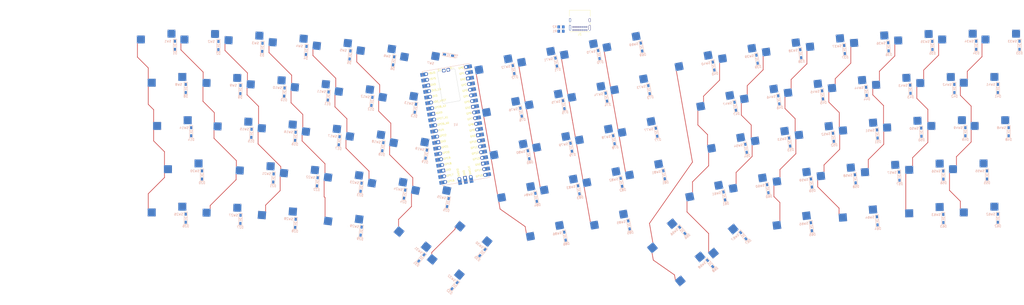
<source format=kicad_pcb>
(kicad_pcb (version 20211014) (generator pcbnew)
  (layers (0 "F.Cu" signal) (31 "B.Cu" signal) (34 "B.Paste" user) (35 "F.Paste" user) (36 "B.SilkS" user "B.Silkscreen") (37 "F.SilkS" user "F.Silkscreen") (38 "B.Mask" user) (39 "F.Mask" user) (44 "Edge.Cuts" user))
  (net 0 "")
  (net 1 "row0")
  (net 2 "Net-(D1-Pad2)")
  (net 3 "row1")
  (net 4 "Net-(D2-Pad2)")
  (net 5 "row2")
  (net 6 "Net-(D3-Pad2)")
  (net 7 "row3")
  (net 8 "Net-(D4-Pad2)")
  (net 9 "row4")
  (net 10 "Net-(D5-Pad2)")
  (net 11 "Net-(D6-Pad2)")
  (net 12 "Net-(D7-Pad2)")
  (net 13 "Net-(D8-Pad2)")
  (net 14 "Net-(D9-Pad2)")
  (net 15 "Net-(D10-Pad2)")
  (net 16 "Net-(D11-Pad2)")
  (net 17 "Net-(D12-Pad2)")
  (net 18 "Net-(D13-Pad2)")
  (net 19 "Net-(D14-Pad2)")
  (net 20 "Net-(D15-Pad2)")
  (net 21 "Net-(D16-Pad2)")
  (net 22 "Net-(D17-Pad2)")
  (net 23 "Net-(D18-Pad2)")
  (net 24 "Net-(D19-Pad2)")
  (net 25 "Net-(D20-Pad2)")
  (net 26 "Net-(D21-Pad2)")
  (net 27 "Net-(D22-Pad2)")
  (net 28 "Net-(D23-Pad2)")
  (net 29 "Net-(D24-Pad2)")
  (net 30 "Net-(D25-Pad2)")
  (net 31 "Net-(D26-Pad2)")
  (net 32 "Net-(D27-Pad2)")
  (net 33 "Net-(D28-Pad2)")
  (net 34 "Net-(D29-Pad2)")
  (net 35 "Net-(D30-Pad2)")
  (net 36 "Net-(D31-Pad2)")
  (net 37 "Net-(D32-Pad2)")
  (net 38 "Net-(D33-Pad2)")
  (net 39 "Net-(D34-Pad2)")
  (net 40 "Net-(D35-Pad2)")
  (net 41 "Net-(D36-Pad2)")
  (net 42 "Net-(D37-Pad2)")
  (net 43 "Net-(D38-Pad2)")
  (net 44 "Net-(D39-Pad2)")
  (net 45 "Net-(D40-Pad2)")
  (net 46 "Net-(D41-Pad2)")
  (net 47 "Net-(D42-Pad2)")
  (net 48 "Net-(D43-Pad2)")
  (net 49 "Net-(D44-Pad2)")
  (net 50 "Net-(D45-Pad2)")
  (net 51 "Net-(D46-Pad2)")
  (net 52 "Net-(D47-Pad2)")
  (net 53 "Net-(D48-Pad2)")
  (net 54 "Net-(D49-Pad2)")
  (net 55 "Net-(D50-Pad2)")
  (net 56 "Net-(D51-Pad2)")
  (net 57 "Net-(D52-Pad2)")
  (net 58 "Net-(D53-Pad2)")
  (net 59 "Net-(D54-Pad2)")
  (net 60 "Net-(D55-Pad2)")
  (net 61 "Net-(D56-Pad2)")
  (net 62 "Net-(D57-Pad2)")
  (net 63 "Net-(D58-Pad2)")
  (net 64 "Net-(D59-Pad2)")
  (net 65 "Net-(D60-Pad2)")
  (net 66 "Net-(D61-Pad2)")
  (net 67 "Net-(D62-Pad2)")
  (net 68 "Net-(D63-Pad2)")
  (net 69 "Net-(D64-Pad2)")
  (net 70 "Net-(D65-Pad2)")
  (net 71 "Net-(D66-Pad2)")
  (net 72 "Net-(D67-Pad2)")
  (net 73 "Net-(D68-Pad2)")
  (net 74 "Net-(D69-Pad2)")
  (net 75 "Net-(D70-Pad2)")
  (net 76 "Net-(D71-Pad2)")
  (net 77 "Net-(D72-Pad2)")
  (net 78 "Net-(D73-Pad2)")
  (net 79 "Net-(D74-Pad2)")
  (net 80 "Net-(D75-Pad2)")
  (net 81 "Net-(D76-Pad2)")
  (net 82 "Net-(D77-Pad2)")
  (net 83 "Net-(D78-Pad2)")
  (net 84 "Net-(D79-Pad2)")
  (net 85 "Net-(D80-Pad2)")
  (net 86 "Net-(D81-Pad2)")
  (net 87 "Net-(D82-Pad2)")
  (net 88 "Net-(D83-Pad2)")
  (net 89 "Net-(D84-Pad2)")
  (net 90 "Net-(D85-Pad2)")
  (net 91 "Net-(D86-Pad2)")
  (net 92 "GND")
  (net 93 "VBUS")
  (net 94 "Net-(J1-PadA5)")
  (net 95 "D+")
  (net 96 "D-")
  (net 99 "Net-(J1-PadB5)")
  (net 100 "col0")
  (net 101 "col1")
  (net 102 "col2")
  (net 103 "col3")
  (net 104 "col4")
  (net 105 "col5")
  (net 106 "col6")
  (net 107 "col7")
  (net 108 "col8")
  (net 109 "col9")
  (net 110 "col10")
  (net 111 "col11")
  (net 112 "col12")
  (net 113 "col13")
  (net 114 "col14")
  (net 115 "col15")
  (net 116 "col16")
  (net 117 "col17")
  (net 118 "col18")
  (footprint "concentric85:D3_SMD" (layer "F.Cu") (at 60.442719 83.786131 -1.40211)
    (fp_text reference "D9")
    (fp_text value "D_Small" hide)
  )
  (footprint "concentric85:D3_SMD" (layer "F.Cu") (at 154.643428 170.213527 -40)
    (fp_text reference "D32")
    (fp_text value "D_Small" hide)
  )
  (footprint "concentric85:MX_1.00u_Hotswap" (layer "F.Cu") (at 101.076 67.7829 -5.88382)
    (fp_text reference "SW5")
    (fp_text value "SW_Push")
  )
  (footprint "concentric85:D3_SMD" (layer "F.Cu") (at 374.462746 83.340884 0.46737)
    (fp_text reference "D42")
    (fp_text value "D_Small" hide)
  )
  (footprint "concentric85:MX_2.00u_Hotswap" (layer "F.Cu") (at 195.68868 149.707786 10)
    (fp_text reference "SW86")
    (fp_text value "SW_Push")
  )
  (footprint "concentric85:MX_1.00u_Hotswap" (layer "F.Cu") (at 220.5216 125.985199 10)
    (fp_text reference "SW82")
    (fp_text value "SW_Push")
  )
  (footprint "concentric85:D3_SMD" (layer "F.Cu") (at 254.778328 145.830754 40)
    (fp_text reference "D66")
    (fp_text value "D_Small" hide)
  )
  (footprint "concentric85:D3_SMD" (layer "F.Cu") (at 281.616527 148.178792 40)
    (fp_text reference "D67")
    (fp_text value "D_Small" hide)
  )
  (footprint "concentric85:D3_SMD" (layer "F.Cu") (at 240.165511 83.833669 10)
    (fp_text reference "D73")
    (fp_text value "D_Small" hide)
  )
  (footprint "concentric85:D3_SMD" (layer "F.Cu") (at 123.081199 108.978475 -7.73015)
    (fp_text reference "D18")
    (fp_text value "D_Small" hide)
  )
  (footprint "concentric85:MX_1.00u_Hotswap" (layer "F.Cu") (at 223.8296 144.74579 10)
    (fp_text reference "SW85")
    (fp_text value "SW_Push")
  )
  (footprint "concentric85:D3_SMD" (layer "F.Cu") (at 190.499712 131.278869 10)
    (fp_text reference "D84")
    (fp_text value "D_Small" hide)
  )
  (footprint "concentric85:MX_1.00u_Hotswap" (layer "F.Cu") (at 347.497 83.9544 2.33685)
    (fp_text reference "SW43")
    (fp_text value "SW_Push")
  )
  (footprint "concentric85:D3_SMD" (layer "F.Cu") (at 302.010399 106.929924 7.73015)
    (fp_text reference "D53")
    (fp_text value "D_Small" hide)
  )
  (footprint "concentric85:MX_1.00u_Hotswap" (layer "F.Cu") (at 81.807 66.0287 -4.07341)
    (fp_text reference "SW4")
    (fp_text value "SW_Push")
  )
  (footprint "concentric85:D3_SMD" (layer "F.Cu") (at 65.287668 103.078899 -1.93254)
    (fp_text reference "D15")
    (fp_text value "D_Small" hide)
  )
  (footprint "concentric85:D3_SMD" (layer "F.Cu") (at 268.566661 73.446465 10.4098)
    (fp_text reference "D40")
    (fp_text value "D_Small" hide)
  )
  (footprint "concentric85:D3_SMD" (layer "F.Cu") (at 74.972563 122.750638 -3)
    (fp_text reference "D21")
    (fp_text value "D_Small" hide)
  )
  (footprint "concentric85:MX_1.00u_Hotswap" (layer "F.Cu") (at 248.944899 150.725582 40)
    (fp_text reference "SW66")
    (fp_text value "SW_Push")
  )
  (footprint "concentric85:D3_SMD" (layer "F.Cu") (at 218.096881 68.381069 10)
    (fp_text reference "D70")
    (fp_text value "D_Small" hide)
  )
  (footprint "concentric85:MX_1.00u_Hotswap" (layer "F.Cu") (at 371.688 102.375)
    (fp_text reference "SW49")
    (fp_text value "SW_Push")
  )
  (footprint "concentric85:D3_SMD" (layer "F.Cu") (at 142.176465 112.240258 -9.66269)
    (fp_text reference "D19")
    (fp_text value "D_Small" hide)
  )
  (footprint "concentric85:D3_SMD" (layer "F.Cu") (at 292.381946 127.483551 9)
    (fp_text reference "D60")
    (fp_text value "D_Small" hide)
  )
  (footprint "concentric85:MX_1.00u_Hotswap" (layer "F.Cu") (at 284.8607 128.6748 9)
    (fp_text reference "SW60")
    (fp_text value "SW_Push")
  )
  (footprint "concentric85:MX_1.00u_Hotswap" (layer "F.Cu") (at 198.45298 110.5326 10)
    (fp_text reference "SW79")
    (fp_text value "SW_Push")
  )
  (footprint "concentric85:MX_1.00u_Hotswap" (layer "F.Cu") (at 183.0004 132.6012 10)
    (fp_text reference "SW84")
    (fp_text value "SW_Push")
  )
  (footprint "concentric85:D3_SMD" (layer "F.Cu") (at 359.933668 102.5653 1.93254)
    (fp_text reference "D50")
    (fp_text value "D_Small" hide)
  )
  (footprint "concentric85:MX_1.00u_Hotswap" (layer "F.Cu") (at 332.983 103.8818 3.86508)
    (fp_text reference "SW51")
    (fp_text value "SW_Push")
  )
  (footprint "concentric85:MX_1.00u_Hotswap" (layer "F.Cu") (at 337.846 65.3802 3.16821)
    (fp_text reference "SW36")
    (fp_text value "SW_Push")
  )
  (footprint "concentric85:D3_SMD" (layer "F.Cu") (at 199.336311 71.689069 10)
    (fp_text reference "D71")
    (fp_text value "D_Small" hide)
  )
  (footprint "concentric85:D3_SMD" (layer "F.Cu") (at 108.650882 68.563526 -5.88382)
    (fp_text reference "D5")
    (fp_text value "D_Small" hide)
  )
  (footprint "concentric85:D3_SMD" (layer "F.Cu") (at 203.187991 148.385455 10)
    (fp_text reference "D86")
    (fp_text value "D_Small" hide)
  )
  (footprint "concentric85:D3_SMD" (layer "F.Cu") (at 183.883711 93.757669 10)
    (fp_text reference "D76")
    (fp_text value "D_Small" hide)
  )
  (footprint "concentric85:D3_SMD" (layer "F.Cu") (at 205.952291 109.210269 10)
    (fp_text reference "D79")
    (fp_text value "D_Small" hide)
  )
  (footprint "concentric85:D3_SMD" (layer "F.Cu") (at 384.065 64.275)
    (fp_text reference "D34")
    (fp_text value "D_Small" hide)
  )
  (footprint "concentric85:D3_SMD" (layer "F.Cu") (at 70.101061 65.184891 -2.26301)
    (fp_text reference "D3")
    (fp_text value "D_Small" hide)
  )
  (footprint "concentric85:D3_SMD" (layer "F.Cu") (at 151.685391 133.575009 -11)
    (fp_text reference "D25")
    (fp_text value "D_Small" hide)
  )
  (footprint "concentric85:MX_1.00u_Hotswap" (layer "F.Cu") (at 129.8736 90.8432 -8.88003)
    (fp_text reference "SW13")
    (fp_text value "SW_Push")
  )
  (footprint "concentric85:D3_SMD" (layer "F.Cu") (at 236.857511 65.073069 10)
    (fp_text reference "D69")
    (fp_text value "D_Small" hide)
  )
  (footprint "concentric85:MX_1.00u_Hotswap" (layer "F.Cu") (at 105.9595 125.895299 -7)
    (fp_text reference "SW23")
    (fp_text value "SW_Push")
  )
  (footprint "concentric85:MX_1.00u_Hotswap" (layer "F.Cu") (at 201.76098 129.293201 10)
    (fp_text reference "SW83")
    (fp_text value "SW_Push")
  )
  (footprint "concentric85:MX_1.00u_Hotswap" (layer "F.Cu") (at 191.837 73.011399 10)
    (fp_text reference "SW71")
    (fp_text value "SW_Push")
  )
  (footprint "concentric85:D3_SMD" (layer "F.Cu") (at 243.473511 102.594269 10)
    (fp_text reference "D77")
    (fp_text value "D_Small" hide)
  )
  (footprint "concentric85:D3_SMD" (layer "F.Cu") (at 316.472224 86.142795 6.07581)
    (fp_text reference "D45")
    (fp_text value "D_Small" hide)
  )
  (footprint "concentric85:MX_1.00u_Hotswap" (layer "F.Cu") (at 289.6961 89.3887 7.94529)
    (fp_text reference "SW46")
    (fp_text value "SW_Push")
  )
  (footprint "concentric85:MX_1.00u_Hotswap" (layer "F.Cu") (at 232.6662 85.156 10)
    (fp_text reference "SW73")
    (fp_text value "SW_Push")
  )
  (footprint "concentric85:D3_SMD" (layer "F.Cu") (at 113.517738 126.823335 -7)
    (fp_text reference "D23")
    (fp_text value "D_Small" hide)
  )
  (footprint "concentric85:MX_1.00u_Hotswap" (layer "F.Cu") (at 125.1393 128.6748 -9)
    (fp_text reference "SW24")
    (fp_text value "SW_Push")
  )
  (footprint "concentric85:D3_SMD" (layer "F.Cu") (at 36.402 83.325)
    (fp_text reference "D8")
    (fp_text value "D_Small" hide)
  )
  (footprint "concentric85:D3_SMD" (layer "F.Cu") (at 282.837465 109.683941 9.66269)
    (fp_text reference "D54")
    (fp_text value "D_Small" hide)
  )
  (footprint "concentric85:D3_SMD" (layer "F.Cu") (at 246.781511 121.354869 10)
    (fp_text reference "D81")
    (fp_text value "D_Small" hide)
  )
  (footprint "concentric85:MX_1.00u_Hotswap" (layer "F.Cu") (at 110.7116 88.0904 -7.01055)
    (fp_text reference "SW12")
    (fp_text value "SW_Push")
  )
  (footprint "Connector_USB:USB_C_Receptacle_GCT_USB4085" (layer "F.Cu") (at 212.725 57.575 180)
    (fp_text reference "J1")
    (fp_text value "USB_C_Receptacle_USB2.0")
  )
  (footprint "concentric85:D3_SMD" (layer "F.Cu") (at 287.677191 70.414463 8.59943)
    (fp_text reference "D39")
    (fp_text value "D_Small" hide)
  )
  (footprint "concentric85:MX_1.00u_Hotswap" (layer "F.Cu") (at 361.998 121.5927 1)
    (fp_text reference "SW56")
    (fp_text value "SW_Push")
  )
  (footprint "concentric85:MX_1.00u_Hotswap" (layer "F.Cu") (at 57.676999 102.8221 -1.93254)
    (fp_text reference "SW15")
    (fp_text value "SW_Push")
  )
  (footprint "concentric85:MX_1.50u_Hotswap" (layer "F.Cu") (at 28.787 140.474999)
    (fp_text reference "SW26")
    (fp_text value "SW_Push")
  )
  (footprint "concentric85:MX_1.00u_Hotswap" (layer "F.Cu") (at 62.491999 64.8842 -2.26301)
    (fp_text reference "SW3")
    (fp_text value "SW_Push")
  )
  (footprint "concentric85:D3_SMD" (layer "F.Cu") (at 89.402763 66.569628 -4.07341)
    (fp_text reference "D4")
    (fp_text value "D_Small" hide)
  )
  (footprint "concentric85:D3_SMD" (layer "F.Cu") (at 166.888528 155.620409 -40)
    (fp_text reference "D30")
    (fp_text value "D_Small" hide)
  )
  (footprint "concentric85:MX_1.00u_Hotswap" (layer "F.Cu") (at 299.3124 68.888 6.78902)
    (fp_text reference "SW38")
    (fp_text value "SW_Push")
  )
  (footprint "concentric85:MX_1.00u_Hotswap" (layer "F.Cu") (at 395.5 64.275)
    (fp_text reference "SW33")
    (fp_text value "SW_Push")
  )
  (footprint "concentric85:MX_1.00u_Hotswap" (layer "F.Cu") (at 235.9742 103.9166 10)
    (fp_text reference "SW77")
    (fp_text value "SW_Push")
  )
  (footprint "concentric85:MX_1.00u_Hotswap" (layer "F.Cu") (at 91.47 85.9641 -5.14107)
    (fp_text reference "SW11")
    (fp_text value "SW_Push")
  )
  (footprint "concentric85:D3_SMD" (layer "F.Cu") (at 38.784 102.375)
    (fp_text reference "D14")
    (fp_text value "D_Small" hide)
  )
  (footprint "concentric85:MX_1.00u_Hotswap" (layer "F.Cu") (at 381.212999 121.425)
    (fp_text reference "SW55")
    (fp_text value "SW_Push")
  )
  (footprint "concentric85:D3_SMD" (layer "F.Cu") (at 228.020912 124.662869 10)
    (fp_text reference "D82")
    (fp_text value "D_Small" hide)
  )
  (footprint "concentric85:MX_1.00u_Hotswap" (layer "F.Cu") (at 275.7831 153.07362 40)
    (fp_text reference "SW67")
    (fp_text value "SW_Push")
  )
  (footprint "concentric85:MX_1.00u_Hotswap" (layer "F.Cu") (at 210.59757 69.7034 10)
    (fp_text reference "SW70")
    (fp_text value "SW_Push")
  )
  (footprint "concentric85:MX_1.00u_Hotswap" (layer "F.Cu") (at 308.9 86.9488 6.07581)
    (fp_text reference "SW45")
    (fp_text value "SW_Push")
  )
  (footprint "concentric85:MX_1.00u_Hotswap" (layer "F.Cu") (at 67.368 122.3521 -3)
    (fp_text reference "SW21")
    (fp_text value "SW_Push")
  )
  (footprint "concentric85:MX_1.00u_Hotswap" (layer "F.Cu") (at 173.0764 76.319401 10)
    (fp_text reference "SW72")
    (fp_text value "SW_Push")
  )
  (footprint "concentric85:D3_SMD" (layer "F.Cu") (at 330.892022 123.123209 5)
    (fp_text reference "D58")
    (fp_text value "D_Small" hide)
  )
  (footprint "concentric85:MX_2.25u_Hotswap" (layer "F.Cu") (at 35.931 121.425)
    (fp_text reference "SW20")
    (fp_text value "SW_Push")
  )
  (footprint "concentric85:D3_SMD" (layer "F.Cu") (at 140.050328 157.968447 -40)
    (fp_text reference "D31")
    (fp_text value "D_Small" hide)
  )
  (footprint "concentric85:MX_1.00u_Hotswap" (layer "F.Cu") (at 357.177 64.541 1.3578)
    (fp_text reference "SW35")
    (fp_text value "SW_Push")
  )
  (footprint "concentric85:MX_1.50u_Hotswap" (layer "F.Cu") (at 304.0227 145.19474 7.2532)
    (fp_text reference "SW65")
    (fp_text value "SW_Push")
  )
  (footprint "concentric85:MX_1.00u_Hotswap" (layer "F.Cu") (at 385.975 83.325)
    (fp_text reference "SW41")
    (fp_text value "SW_Push")
  )
  (footprint "concentric85:MX_1.75u_Hotswap" (layer "F.Cu") (at 31.169 102.375)
    (fp_text reference "SW14")
    (fp_text value "SW_Push")
  )
  (footprint "concentric85:MX_1.50u_Hotswap" (layer "F.Cu") (at 105.9773 145.19474 -7.2532)
    (fp_text reference "SW29")
    (fp_text value "SW_Push")
  )
  (footprint "concentric85:D3_SMD" (layer "F.Cu") (at 345.449361 64.959337 3.16821)
    (fp_text reference "D36")
    (fp_text value "D_Small" hide)
  )
  (footprint "concentric85:MX_1.00u_Hotswap" (layer "F.Cu") (at 366.848 83.403 0.46737)
    (fp_text reference "SW42")
    (fp_text value "SW_Push")
  )
  (footprint "concentric85:MX_1.00u_Hotswap" (layer "F.Cu") (at 294.4646 107.954201 7.73015)
    (fp_text reference "SW53")
    (fp_text value "SW_Push")
  )
  (footprint "concentric85:MX_1.00u_Hotswap" (layer "F.Cu") (at 217.213599 107.2246 10)
    (fp_text reference "SW78")
    (fp_text value "SW_Push")
  )
  (footprint "concentric85:MX_1.00u_Hotswap" (layer "F.Cu") (at 213.90557 88.464 10)
    (fp_text reference "SW74")
    (fp_text value "SW_Push")
  )
  (footprint "concentric85:MX_1.00u_Hotswap" (layer "F.Cu") (at 261.19 165.3187 40)
    (fp_text reference "SW68")
    (fp_text value "SW_Push")
  )
  (footprint "concentric85:D3_SMD" (layer "F.Cu") (at 113.531364 146.156167 -7.2532)
    (fp_text reference "D29")
    (fp_text value "D_Small" hide)
  )
  (footprint "concentric85:D3_SMD" (layer "F.Cu") (at 335.768488 84.578152 4.20633)
    (fp_text reference "D44")
    (fp_text value "D_Small" hide)
  )
  (footprint "concentric85:D3_SMD" (layer "F.Cu") (at 321.265048 104.82397 5.79762)
    (fp_text reference "D52")
    (fp_text value "D_Small" hide)
  )
  (footprint "concentric85:D3_SMD" (layer "F.Cu") (at 202.644291 90.449669 10)
    (fp_text reference "D75")
    (fp_text value "D_Small" hide)
  )
  (footprint "concentric85:MX_1.00u_Hotswap" (layer "F.Cu") (at 195.14498 91.772 10)
    (fp_text reference "SW75")
    (fp_text value "SW_Push")
  )
  (footprint "concentric85:MX_1.00u_Hotswap" (layer "F.Cu") (at 342.632 122.3521 3)
    (fp_text reference "SW57")
    (fp_text value "SW_Push")
  )
  (footprint "concentric85:D3_SMD" (layer "F.Cu") (at 118.269667 89.019826 -7.01055)
    (fp_text reference "D12")
    (fp_text value "D_Small" hide)
  )
  (footprint "concentric85:MX_1.00u_Hotswap" (layer "F.Cu") (at 52.854999 140.77992 -1.55426)
    (fp_text reference "SW27")
    (fp_text value "SW_Push")
  )
  (footprint "concentric85:MX_1.00u_Hotswap" (layer "F.Cu") (at 390.738 102.375)
    (fp_text reference "SW48")
    (fp_text value "SW_Push")
  )
  (footprint "concentric85:D3_SMD" (layer "F.Cu") (at 340.58068 103.368494 3.86508)
    (fp_text reference "D51")
    (fp_text value "D_Small" hide)
  )
  (footprint "concentric85:MX_1.00u_Hotswap" (layer "F.Cu") (at 261.077 74.8224 10.4098)
    (fp_text reference "SW40")
    (fp_text value "SW_Push")
  )
  (footprint "concentric85:D3_SMD" (layer "F.Cu") (at 94.280022 124.45059 -5)
    (fp_text reference "D22")
    (fp_text value "D_Small" hide)
  )
  (footprint "concentric85:MX_1.00u_Hotswap" (layer "F.Cu") (at 77.017 103.8818 -3.86508)
    (fp_text reference "SW16")
    (fp_text value "SW_Push")
  )
  (footprint "concentric85:D3_SMD" (layer "F.Cu") (at 388.828 121.425)
    (fp_text reference "D55")
    (fp_text value "D_Small" hide)
  )
  (footprint "concentric85:D3_SMD" (layer "F.Cu") (at 187.19171 112.518269 10)
    (fp_text reference "D80")
    (fp_text value "D_Small" hide)
  )
  (footprint "concentric85:MX_1.00u_Hotswap" (layer "F.Cu") (at 304.0405 125.895299 7)
    (fp_text reference "SW59")
    (fp_text value "SW_Push")
  )
  (footprint "concentric85:D3_SMD" (layer "F.Cu") (at 209.260291 127.970869 10)
    (fp_text reference "D83")
    (fp_text value "D_Small" hide)
  )
  (footprint "concentric85:MX_1.00u_Hotswap" (layer "F.Cu") (at 134.6695 110.962099 -9.66269)
    (fp_text reference "SW19")
    (fp_text value "SW_Push")
  )
  (footprint "concentric85:MX_1.00u_Hotswap" (layer "F.Cu") (at 161.0551 150.725582 -40)
    (fp_text reference "SW30")
    (fp_text value "SW_Push")
  )
  (footprint "concentric85:D3_SMD" (layer "F.Cu") (at 278.085146 91.15562 9.81477)
    (fp_text reference "D47")
    (fp_text value "D_Small" hide)
  )
  (footprint "concentric85:MX_1.00u_Hotswap" (layer "F.Cu") (at 239.2822 122.6772 10)
    (fp_text reference "SW81")
    (fp_text value "SW_Push")
  )
  (footprint "concentric85:MX_1.00u_Hotswap" (layer "F.Cu") (at 352.323 102.8221 1.93254)
    (fp_text reference "SW50")
    (fp_text value "SW_Push")
  )
  (footprint "concentric85:D3_SMD" (layer "F.Cu") (at 273.264792 130.668989 11)
    (fp_text reference "D61")
    (fp_text value "D_Small" hide)
  )
  (footprint "concentric85:MX_1.00u_Hotswap" (layer "F.Cu") (at 323.306 123.7869 5)
    (fp_text reference "SW58")
    (fp_text value "SW_Push")
  )
  (footprint "concentric85:D3_SMD" (layer "F.Cu") (at 99.054365 86.646466 -5.14107)
    (fp_text reference "D11")
    (fp_text value "D_Small" hide)
  )
  (footprint "concentric85:D3_SMD" (layer "F.Cu") (at 306.874004 67.987802 6.78902)
    (fp_text reference "D38")
    (fp_text value "D_Small" hide)
  )
  (footprint "concentric85:D3_SMD" (layer "F.Cu") (at 50.764762 64.410653 -0.452602)
    (fp_text reference "D2")
    (fp_text value "D_Small" hide)
  )
  (footprint "concentric85:D3_SMD" (layer "F.Cu") (at 84.648083 142.728745 -4.14468)
    (fp_text reference "D28")
    (fp_text value "D_Small" hide)
  )
  (footprint "concentric85:D3_SMD" (layer "F.Cu") (at 364.789861 64.360556 1.3578)
    (fp_text reference "D35")
    (fp_text value "D_Small" hide)
  )
  (footprint "concentric85:D3_SMD" (layer "F.Cu") (at 311.576764 144.233312 7.2532)
    (fp_text reference "D65")
    (fp_text value "D_Small" hide)
  )
  (footprint "concentric85:D3_SMD" (layer "F.Cu") (at 79.771589 84.90128 -3.27159)
    (fp_text reference "D10")
    (fp_text value "D_Small" hide)
  )
  (footprint "concentric85:MX_1.00u_Hotswap" (layer "F.Cu") (at 385.975 140.475)
    (fp_text reference "SW62")
    (fp_text value "SW_Push")
  )
  (footprint "concentric85:MX_1.00u_Hotswap" (layer "F.Cu") (at 120.2804 70.1449 -7.69423)
    (fp_text reference "SW6")
    (fp_text value "SW_Push")
  )
  (footprint "concentric85:MX_1.00u_Hotswap" (layer "F.Cu") (at 318.552 66.8297 4.97862)
    (fp_text reference "SW37")
    (fp_text value "SW_Push")
  )
  (footprint "concentric85:MX_1.00u_Hotswap" (layer "F.Cu") (at 229.3582 66.395399 10)
    (fp_text reference "SW69")
    (fp_text value "SW_Push")
  )
  (footprint "concentric85:D3_SMD" (layer "F.Cu") (at 297.237999 88.336097 7.94529)
    (fp_text reference "D46")
    (fp_text value "D_Small" hide)
  )
  (footprint "concentric85:MX_1.00u_Hotswap" (layer "F.Cu") (at 139.4005 73.1124 -9.50463)
    (fp_text reference "SW7")
    (fp_text value "SW_Push")
  )
  (footprint "concentric85:D3_SMD" (layer "F.Cu") (at 60.467198 140.986466 -1.55426)
    (fp_text reference "D27")
    (fp_text value "D_Small" hide)
  )
  (footprint "concentric85:D3_SMD" (layer "F.Cu") (at 36.402 140.475)
    (fp_text reference "D26")
    (fp_text value "D_Small" hide)
  )
  (footprint "concentric85:MX_1.00u_Hotswap" (layer "F.Cu") (at 280.1478 71.5531 8.59943)
    (fp_text reference "SW39")
    (fp_text value "SW_Push")
  )
  (footprint "concentric85:D3_SMD" (layer "F.Cu") (at 221.404881 87.141669 10)
    (fp_text reference "D74")
    (fp_text value "D_Small" hide)
  )
  (footprint "concentric85:D3_SMD" (layer "F.Cu") (at 127.826839 71.164444 -7.69423)
    (fp_text reference "D6")
    (fp_text value "D_Small" hide)
  )
  (footprint "concentric85:D3_SMD" (layer "F.Cu") (at 267.023428 160.423872 40)
    (fp_text reference "D68")
    (fp_text value "D_Small" hide)
  )
  (footprint "concentric85:D3_SMD" (layer "F.Cu") (at 393.59 83.325)
    (fp_text reference "D41")
    (fp_text value "D_Small" hide)
  )
  (footprint "concentric85:MX_1.50u_Hotswap" (layer "F.Cu") (at 77.052999 142.17837 -4.14468)
    (fp_text reference "SW28")
    (fp_text value "SW_Push")
  )
  (footprint "concentric85:MX_1.00u_Hotswap" (layer "F.Cu") (at 115.5354 107.9542 -7.73015)
    (fp_text reference "SW18")
    (fp_text value "SW_Push")
  )
  (footprint "concentric85:MX_1.00u_Hotswap" (layer "F.Cu") (at 134.2169 153.07362 -40)
    (fp_text reference "SW31")
    (fp_text value "SW_Push")
  )
  (footprint "concentric85:MX_1.00u_Hotswap" (layer "F.Cu") (at 376.45 64.275)
    (fp_text reference "SW34")
    (fp_text value "SW_Push")
  )
  (footprint "concentric85:MX_1.00u_Hotswap" (layer "F.Cu") (at 148.81 165.3187 -40)
    (fp_text reference "SW32")
    (fp_text value "SW_Push")
  )
  (footprint "concentric85:MX_1.00u_Hotswap" (layer "F.Cu") (at 43.15 64.3505 -0.452602)
    (fp_text reference "SW2")
    (fp_text value "SW_Push")
  )
  (footprint "concentric85:D3_SMD" (layer "F.Cu") (at 84.61468 104.395105 -3.86508)
    (fp_text reference "D16")
    (fp_text value "D_Small" hide)
  )
  (footprint "concentric85:MX_1.00u_Hotswap" (layer "F.Cu") (at 275.3305 110.962099 9.66269)
    (fp_text reference "SW54")
    (fp_text value "SW_Push")
  )
  (footprint "concentric85:MX_1.00u_Hotswap" (layer "F.Cu") (at 72.169 84.4667 -3.27159)
    (fp_text reference "SW10")
    (fp_text value "SW_Push")
  )
  (footprint "concentric85:MX_1.00u_Hotswap" (layer "F.Cu") (at 176.3844 95.08 10)
    (fp_text reference "SW76")
    (fp_text value "SW_Push")
  )
  (footprint "concentric85:D3_SMD" (layer "F.Cu") (at 369.61184 121.459799 1)
    (fp_text reference "D56")
    (fp_text value "D_Small" hide)
  )
  (footprint "concentric85:MX_1.00u_Hotswap" (layer "F.Cu") (at 86.694 123.7869 -5)
    (fp_text reference "SW22")
    (fp_text value "SW_Push")
  )
  (footprint "concentric85:D3_SMD" (layer "F.Cu") (at 103.887048 106.362429 -5.79762)
    (fp_text reference "D17")
    (fp_text value "D_Small" hide)
  )
  (footprint "concentric85:MX_1.00u_Hotswap" (layer "F.Cu") (at 265.789699 132.122 11)
    (fp_text reference "SW61")
    (fp_text value "SW_Push")
  )
  (footprint "concentric85:D3_SMD" (layer "F.Cu") (at 393.59 140.475)
    (fp_text reference "D62")
    (fp_text value "D_Small" hide)
  )
  (footprint "concentric85:MX_1.00u_Hotswap" (layer "F.Cu") (at 179.6924 113.840601 10)
    (fp_text reference "SW80")
    (fp_text value "SW_Push")
  )
  (footprint "concentric85:D3_SMD" (layer "F.Cu") (at 224.71291 105.902269 10)
    (fp_text reference "D78")
    (fp_text value "D_Small" hide)
  )
  (footprint "concentric85:D3_SMD" (layer "F.Cu") (at 43.546 121.425)
    (fp_text reference "D20")
    (fp_text value "D_Small" hide)
  )
  (footprint "concentric85:D3_SMD" (layer "F.Cu") (at 326.138269 66.168839 4.97862)
    (fp_text reference "D37")
    (fp_text value "D_Small" hide)
  )
  (footprint "concentric85:D3_SMD" (layer "F.Cu") (at 31.64 64.275)
    (fp_text reference "D1")
    (fp_text value "D_Small" hide)
  )
  (footprint "concentric85:MX_1.50u_Hotswap" (layer "F.Cu") (at 361.993 140.73493 1.03617)
    (fp_text reference "SW63")
    (fp_text value "SW_Push")
  )
  (footprint "concentric85:D3_SMD" (layer "F.Cu") (at 355.105667 83.643902 2.33685)
    (fp_text reference "D43")
    (fp_text value "D_Small" hide)
  )
  (footprint "concentric85:MX_1.00u_Hotswap" (layer "F.Cu") (at 313.688999 105.5932 5.79762)
    (fp_text reference "SW52")
    (fp_text value "SW_Push")
  )
  (footprint "concentric85:D3_SMD" (layer "F.Cu") (at 369.606754 140.597223 1.03617)
    (fp_text reference "D63")
    (fp_text value "D_Small" hide)
  )
  (footprint "concentric85:D3_SMD" (layer "F.Cu") (at 379.303 102.375)
    (fp_text reference "D49")
    (fp_text value "D_Small" hide)
  )
  (footprint "concentric85:MX_1.00u_Hotswap" (layer "F.Cu") (at 52.83 83.5998 -1.40211)
    (fp_text reference "SW9")
    (fp_text value "SW_Push")
  )
  (footprint "concentric85:D3_SMD" (layer "F.Cu") (at 180.575711 74.997069 10)
    (fp_text reference "D72")
    (fp_text value "D_Small" hide)
  )
  (footprint "concentric85:MX_1.00u_Hotswap" (layer "F.Cu") (at 96.311 105.5932 -5.79762)
    (fp_text reference "SW17")
    (fp_text value "SW_Push")
  )
  (footprint "concentric85:MX_1.50u_Hotswap" (layer "F.Cu") (at 332.947 142.17837 4.14468)
    (fp_text reference "SW64")
    (fp_text value "SW_Push")
  )
  (footprint "concentric85:D3_SMD" (layer "F.Cu") (at 152 68.6 80.49537)
    (fp_text reference "D7")
    (fp_text value "D_Small" hide)
  )
  (footprint "concentric85:MX_1.00u_Hotswap" (layer "F.Cu") (at 144.2103 132.122 -11)
    (fp_text reference "SW25")
    (fp_text value "SW_Push")
  )
  (footprint "concentric85:MX_1.00u_Hotswap" (layer "F.Cu") (at 328.174 85.1367 4.20633)
    (fp_text reference "SW44")
    (fp_text value "SW_Push")
  )
  (footprint "concentric85:D3_SMD" (layer "F.Cu") (at 137.397324 92.018697 -8.88003)
    (fp_text reference "D13")
    (fp_text value "D_Small" hide)
  )
  (footprint "concentric85:MX_1.50u_Hotswap" (layer "F.Cu") (at 28.787 83.325)
    (fp_text reference "SW8")
    (fp_text value "SW_Push")
  )
  (footprint "concentric85:D3_SMD" (layer "F.Cu") (at 132.660546 129.866048 -9)
    (fp_text reference "D24")
    (fp_text value "D_Small" hide)
  )
  (footprint "concentric85:MX_1.00u_Hotswap" (layer "F.Cu") (at 24.025 64.275)
    (fp_text reference "SW1")
    (fp_text value "SW_Push")
  )
  (footprint "concentric85:D3_SMD" (layer "F.Cu") (at 311.598738 124.967264 7)
    (fp_text reference "D59")
    (fp_text value "D_Small" hide)
  )
  (footprint "concentric85:D3_SMD" (layer "F.Cu") (at 403.115 64.275)
    (fp_text reference "D33")
    (fp_text value "D_Small" hide)
  )
  (footprint "concentric85:D3_SMD" (layer "F.Cu") (at 350.236564 121.953561 3)
    (fp_text reference "D57")
    (fp_text value "D_Small" hide)
  )
  (footprint "concentric85:D3_SMD" (layer "F.Cu") (at 340.542084 141.627994 4.14468)
    (fp_text reference "D64")
    (fp_text value "D_Small" hide)
  )
  (footprint "concentric85:D3_SMD" (layer "F.Cu") (at 231.328911 143.423459 10)
    (fp_text reference "D85")
    (fp_text value "D_Small" hide)
  )
  (footprint "concentric85:D3_SMD" (layer "F.Cu") (at 398.353 102.375)
    (fp_text reference "D48")
    (fp_text value "D_Small" hide)
  )
  (footprint "concentric85:MX_1.00u_Hotswap" (layer "F.Cu") (at 270.581601 92.4537 9.81477)
    (fp_text reference "SW47")
    (fp_text value "SW_Push")
  )
  (footprint "Resistor_SMD:R_0805_2012Metric_Pad1.20x1.40mm_HandSolder" (layer "B.Cu") (at 201.45 56.2 180)
    (fp_text reference "R2")
    (fp_text value "5.1kΩ" hide)
  )
  (footprint "concentric85:RaspberryPi_Pico" (layer "B.Cu") (at 155.1 99.2 -170)
    (fp_text reference "U1")
    (fp_text value "RaspberryPi_Pico")
    (fp_line (start -3.95 23.8) (end -3.95 10.5) (layer "Edge.Cuts") (width 0.12))
    (fp_line (start 3.5 24.3) (end -3.45 24.3) (layer "Edge.Cuts") (width 0.12))
    (fp_line (start 4 10.5) (end 4 23.8) (layer "Edge.Cuts") (width 0.12))
    (fp_line (start -3.45 10) (end 3.5 10) (layer "Edge.Cuts") (width 0.12))
    (fp_arc (start 3.5 10) (mid 3.853553 10.146447) (end 4 10.5) (layer "Edge.Cuts") (width 0.12))
    (fp_arc (start 4 23.8) (mid 3.853553 24.153553) (end 3.5 24.3) (layer "Edge.Cuts") (width 0.12))
    (fp_arc (start -3.45 24.3) (mid -3.803553 24.153553) (end -3.95 23.8) (layer "Edge.Cuts") (width 0.12))
    (fp_arc (start -3.95 10.5) (mid -3.803553 10.146447) (end -3.45 10) (layer "Edge.Cuts") (width 0.12))
  )
  (footprint "Resistor_SMD:R_0805_2012Metric_Pad1.20x1.40mm_HandSolder" (layer "B.Cu") (at 201.45 58.1 180)
    (fp_text reference "R1")
    (fp_text value "5.1kΩ" hide)
  )
  (segment (start 15.15 69.5) (end 15.15 63.25) (width 0.25) (layer "F.Cu") (net 100))
  (segment (start 19.902 90.302) (end 22.284 92.684) (width 0.25) (layer "F.Cu") (net 100))
  (segment (start 27.05 122.55) (end 27.05 120.4) (width 0.25) (layer "F.Cu") (net 100))
  (segment (start 22.284 92.684) (end 22.284 98.335) (width 0.25) (layer "F.Cu") (net 100))
  (segment (start 19.902 136.435) (end 19.902 129.698) (width 0.25) (layer "F.Cu") (net 100))
  (segment (start 22.284 106.434) (end 27.046 111.196) (width 0.25) (layer "F.Cu") (net 100))
  (segment (start 19.902 79.285) (end 19.902 74.252) (width 0.25) (layer "F.Cu") (net 100))
  (segment (start 19.902 74.252) (end 15.15 69.5) (width 0.25) (layer "F.Cu") (net 100))
  (segment (start 19.902 129.698) (end 27.05 122.55) (width 0.25) (layer "F.Cu") (net 100))
  (segment (start 19.902 82.285) (end 19.902 90.302) (width 0.25) (layer "F.Cu") (net 100))
  (segment (start 27.046 111.196) (end 27.046 117.385) (width 0.25) (layer "F.Cu") (net 100))
  (segment (start 22.284 101.335) (end 22.284 106.434) (width 0.25) (layer "F.Cu") (net 100))
  (segment (start 47.15 134.9) (end 47.15 136.5) (width 0.25) (layer "F.Cu") (net 101))
  (segment (start 44.05 76.099999) (end 44.05 79.35) (width 0.25) (layer "F.Cu") (net 101))
  (segment (start 34.273492 63.240347) (end 34.273492 66.323492) (width 0.25) (layer "F.Cu") (net 101))
  (segment (start 58.549606 120.84852) (end 58.549606 123.500394) (width 0.25) (layer "F.Cu") (net 101))
  (segment (start 58.65 115.1) (end 58.650001 117.85) (width 0.25) (layer "F.Cu") (net 101))
  (segment (start 43.973108 88.973108) (end 48.95 93.95) (width 0.25) (layer "F.Cu") (net 101))
  (segment (start 34.273492 66.323492) (end 44.05 76.099999) (width 0.25) (layer "F.Cu") (net 101))
  (segment (start 48.832124 101.483065) (end 48.832124 105.282124) (width 0.25) (layer "F.Cu") (net 101))
  (segment (start 43.973108 82.342704) (end 43.973108 88.973108) (width 0.25) (layer "F.Cu") (net 101))
  (segment (start 58.549606 123.500394) (end 47.15 134.9) (width 0.25) (layer "F.Cu") (net 101))
  (segment (start 48.95 93.95) (end 48.95 98.45) (width 0.25) (layer "F.Cu") (net 101))
  (segment (start 48.832124 105.282124) (end 58.65 115.1) (width 0.25) (layer "F.Cu") (net 101))
  (segment (start 78.194919 118.987895) (end 78.194919 117.74492) (width 0.25) (layer "F.Cu") (net 102))
  (segment (start 68.424534 99.252076) (end 68.424534 91.174534) (width 0.25) (layer "F.Cu") (net 102))
  (segment (start 77.933452 121.976479) (end 77.933452 128.316547) (width 0.25) (layer "F.Cu") (net 102))
  (segment (start 63.529039 76.479039) (end 53.654995 66.604995) (width 0.25) (layer "F.Cu") (net 102))
  (segment (start 77.933452 128.316547) (end 71.525252 134.724748) (width 0.25) (layer "F.Cu") (net 102))
  (segment (start 63.529039 79.926226) (end 63.529039 76.479039) (width 0.25) (layer "F.Cu") (net 102))
  (segment (start 68.222312 102.245252) (end 68.222312 107.772312) (width 0.25) (layer "F.Cu") (net 102))
  (segment (start 53.654995 63.494172) (end 53.654995 66.604995) (width 0.25) (layer "F.Cu") (net 102))
  (segment (start 71.525252 134.724748) (end 71.525252 137.72721) (width 0.25) (layer "F.Cu") (net 102))
  (segment (start 78.194919 117.74492) (end 68.222312 107.772312) (width 0.25) (layer "F.Cu") (net 102))
  (segment (start 68.424534 91.174534) (end 63.357832 86.107832) (width 0.25) (layer "F.Cu") (net 102))
  (segment (start 63.357832 82.921337) (end 63.357832 86.107832) (width 0.25) (layer "F.Cu") (net 102))
  (segment (start 87.879549 100.676347) (end 87.879548 94.779548) (width 0.25) (layer "F.Cu") (net 103))
  (segment (start 87.576503 103.661002) (end 87.576503 106.426503) (width 0.25) (layer "F.Cu") (net 103))
  (segment (start 97.673466 140.065298) (end 97.673466 131.423466) (width 0.25) (layer "F.Cu") (net 103))
  (segment (start 82.713937 84.132115) (end 82.713936 89.613936) (width 0.25) (layer "F.Cu") (net 103))
  (segment (start 97.267472 131.017472) (end 97.673466 131.423466) (width 0.25) (layer "F.Cu") (net 103))
  (segment (start 87.879548 94.779548) (end 82.713936 89.613936) (width 0.25) (layer "F.Cu") (net 103))
  (segment (start 73.018321 64.360185) (end 73.018321 67.518321) (width 0.25) (layer "F.Cu") (net 103))
  (segment (start 97.63308 120.802603) (end 97.63308 116.48308) (width 0.25) (layer "F.Cu") (net 103))
  (segment (start 97.63308 116.48308) (end 87.576503 106.426503) (width 0.25) (layer "F.Cu") (net 103))
  (segment (start 82.982761 77.482761) (end 73.018321 67.518321) (width 0.25) (layer "F.Cu") (net 103))
  (segment (start 97.267472 123.780242) (end 97.267472 131.017472) (width 0.25) (layer "F.Cu") (net 103))
  (segment (start 82.982761 81.144183) (end 82.982761 77.482761) (width 0.25) (layer "F.Cu") (net 103))
  (segment (start 102.386118 82.996171) (end 102.386117 78.836117) (width 0.25) (layer "F.Cu") (net 104))
  (segment (start 102.019961 85.973742) (end 102.019961 91.419961) (width 0.25) (layer "F.Cu") (net 104))
  (segment (start 106.87103 105.728551) (end 106.87103 109.62103) (width 0.25) (layer "F.Cu") (net 104))
  (segment (start 116.995684 119.745684) (end 106.87103 109.62103) (width 0.25) (layer "F.Cu") (net 104))
  (segment (start 107.274553 96.674553) (end 102.019961 91.419961) (width 0.25) (layer "F.Cu") (net 104))
  (segment (start 116.995684 123.294619) (end 116.995684 119.745684) (width 0.25) (layer "F.Cu") (net 104))
  (segment (start 102.386117 78.836117) (end 92.34442 68.79442) (width 0.25) (layer "F.Cu") (net 104))
  (segment (start 107.274553 102.755813) (end 107.274553 96.674553) (width 0.25) (layer "F.Cu") (net 104))
  (segment (start 92.34442 65.837563) (end 92.34442 68.79442) (width 0.25) (layer "F.Cu") (net 104))
  (segment (start 121.718737 85.480082) (end 121.718737 81.718737) (width 0.25) (layer "F.Cu") (net 105))
  (segment (start 121.255639 88.444124) (end 121.255639 93.305639) (width 0.25) (layer "F.Cu") (net 105))
  (segment (start 126.588655 98.638655) (end 121.255639 93.305639) (width 0.25) (layer "F.Cu") (net 105))
  (segment (start 136.259411 122.659411) (end 126.085113 112.485113) (width 0.25) (layer "F.Cu") (net 105))
  (segment (start 121.718737 81.718737) (end 111.614636 71.614636) (width 0.25) (layer "F.Cu") (net 105))
  (segment (start 111.614636 67.924683) (end 111.614636 71.614636) (width 0.25) (layer "F.Cu") (net 105))
  (segment (start 136.259411 126.460888) (end 136.259411 122.659411) (width 0.25) (layer "F.Cu") (net 105))
  (segment (start 126.588655 105.48809) (end 126.588655 98.638655) (width 0.25) (layer "F.Cu") (net 105))
  (segment (start 130 141.000001) (end 130 144.3) (width 0.25) (layer "F.Cu") (net 105))
  (segment (start 135.686984 135.313016) (end 130 141.000001) (width 0.25) (layer "F.Cu") (net 105))
  (segment (start 126.085113 112.485113) (end 126.085113 108.445529) (width 0.25) (layer "F.Cu") (net 105))
  (segment (start 135.686984 129.40577) (end 135.686984 135.313016) (width 0.25) (layer "F.Cu") (net 105))
  (segment (start 154.917294 144.217728) (end 154.917294 145.232706) (width 0.25) (layer "F.Cu") (net 106))
  (segment (start 154.917294 145.232706) (end 144.6 155.55) (width 0.25) (layer "F.Cu") (net 106))
  (segment (start 144.6 155.55) (end 144.6 156.5) (width 0.25) (layer "F.Cu") (net 106))
  (segment (start 170.761789 114.359265) (end 173.548845 130.165441) (width 0.25) (layer "F.Cu") (net 107))
  (segment (start 174.654918 136.438294) (end 185.689198 144.16458) (width 0.25) (layer "F.Cu") (net 107))
  (segment (start 164.145789 76.838065) (end 166.93519 92.657547) (width 0.25) (layer "F.Cu") (net 107))
  (segment (start 185.689198 144.16458) (end 186.237125 147.272026) (width 0.25) (layer "F.Cu") (net 107))
  (segment (start 167.453789 95.598664) (end 170.243188 111.418135) (width 0.25) (layer "F.Cu") (net 107))
  (segment (start 174.069789 133.119864) (end 174.654918 136.438294) (width 0.25) (layer "F.Cu") (net 107))
  (segment (start 185.687106 89.300294) (end 185.684608 89.303862) (width 0.25) (layer "F.Cu") (net 108))
  (segment (start 186.214369 92.290664) (end 188.995088 108.060905) (width 0.25) (layer "F.Cu") (net 108))
  (segment (start 182.906389 73.530063) (end 185.687106 89.300294) (width 0.25) (layer "F.Cu") (net 108))
  (segment (start 189.522369 111.051264) (end 192.303086 126.821493) (width 0.25) (layer "F.Cu") (net 108))
  (segment (start 211.070045 123.54944) (end 208.282988 107.743264) (width 0.25) (layer "F.Cu") (net 109))
  (segment (start 211.590989 126.503863) (end 214.378044 142.310031) (width 0.25) (layer "F.Cu") (net 109))
  (segment (start 206.445732 97.323662) (end 206.445698 97.323638) (width 0.25) (layer "F.Cu") (net 109))
  (segment (start 207.762044 104.78884) (end 206.445732 97.323662) (width 0.25) (layer "F.Cu") (net 109))
  (segment (start 201.666959 70.222064) (end 204.465045 86.090797) (width 0.25) (layer "F.Cu") (net 109))
  (segment (start 204.974959 88.982664) (end 206.445698 97.323638) (width 0.25) (layer "F.Cu") (net 109))
  (segment (start 223.214645 82.720241) (end 220.427589 66.914063) (width 0.25) (layer "F.Cu") (net 110))
  (segment (start 226.522644 101.48084) (end 223.735589 85.674664) (width 0.25) (layer "F.Cu") (net 110))
  (segment (start 229.830644 120.241441) (end 227.043589 104.435264) (width 0.25) (layer "F.Cu") (net 110))
  (segment (start 241.470096 155.640064) (end 242.052402 158.942486) (width 0.25) (layer "F.Cu") (net 111))
  (segment (start 240.3583 142.761824) (end 241.878168 151.381428) (width 0.25) (layer "F.Cu") (net 111))
  (segment (start 252.150327 75.404925) (end 259.265848 115.759047) (width 0.25) (layer "F.Cu") (net 111))
  (segment (start 251.366682 165.464415) (end 251.8 167.921881) (width 0.25) (layer "F.Cu") (net 111))
  (segment (start 242.052402 158.942486) (end 251.366682 165.464415) (width 0.25) (layer "F.Cu") (net 111))
  (segment (start 251.8 167.921881) (end 251.786833 167.935048) (width 0.25) (layer "F.Cu") (net 111))
  (segment (start 259.265848 115.759047) (end 240.3583 142.761824) (width 0.25) (layer "F.Cu") (net 111))
  (segment (start 266.379933 155.689968) (end 266.379933 147.229933) (width 0.25) (layer "F.Cu") (net 112))
  (segment (start 256.8695 137.7195) (end 265.425 146.275) (width 0.25) (layer "F.Cu") (net 112))
  (segment (start 265.893448 108.470739) (end 265.893448 103.643448) (width 0.25) (layer "F.Cu") (net 112))
  (segment (start 266.39699 111.428178) (end 266.39699 117.35301) (width 0.25) (layer "F.Cu") (net 112))
  (segment (start 261.649359 92.94349) (end 261.649359 99.399359) (width 0.25) (layer "F.Cu") (net 112))
  (segment (start 261.649359 99.399359) (end 265.893448 103.643448) (width 0.25) (layer "F.Cu") (net 112))
  (segment (start 259.291036 129.269597) (end 259.291036 124.458964) (width 0.25) (layer "F.Cu") (net 112))
  (segment (start 256.8695 132.796446) (end 256.8695 137.7195) (width 0.25) (layer "F.Cu") (net 112))
  (segment (start 271.20718 71.853326) (end 271.20718 79.65718) (width 0.25) (layer "F.Cu") (net 112))
  (segment (start 264.143329 86.721031) (end 271.20718 79.65718) (width 0.25) (layer "F.Cu") (net 112))
  (segment (start 266.379933 147.229933) (end 265.425 146.275) (width 0.25) (layer "F.Cu") (net 112))
  (segment (start 264.143329 89.467484) (end 264.143329 86.721031) (width 0.25) (layer "F.Cu") (net 112))
  (segment (start 266.39699 117.35301) (end 259.291036 124.458964) (width 0.25) (layer "F.Cu") (net 112))
  (segment (start 278.465543 125.597334) (end 278.465543 120.315543) (width 0.25) (layer "F.Cu") (net 113))
  (segment (start 290.366758 75.083242) (end 283.358674 82.091326) (width 0.25) (layer "F.Cu") (net 113))
  (segment (start 285.520454 113.260632) (end 278.465543 120.315543) (width 0.25) (layer "F.Cu") (net 113))
  (segment (start 280.752635 89.586834) (end 280.752635 95.052635) (width 0.25) (layer "F.Cu") (net 113))
  (segment (start 285.520454 108.118751) (end 285.520454 113.260632) (width 0.25) (layer "F.Cu") (net 113))
  (segment (start 285.116931 105.146014) (end 285.116931 99.416931) (width 0.25) (layer "F.Cu") (net 113))
  (segment (start 290.366758 68.90562) (end 290.366758 75.083242) (width 0.25) (layer "F.Cu") (net 113))
  (segment (start 283.358674 82.091326) (end 283.358674 86.194038) (width 0.25) (layer "F.Cu") (net 113))
  (segment (start 285.116931 99.416931) (end 280.752635 95.052635) (width 0.25) (layer "F.Cu") (net 113))
  (segment (start 309.610266 72.439734) (end 309.610266 66.5647) (width 0.25) (layer "F.Cu") (net 114))
  (segment (start 299.954832 86.855068) (end 299.954832 92.154832) (width 0.25) (layer "F.Cu") (net 114))
  (segment (start 304.744391 112.055609) (end 297.756641 119.043359) (width 0.25) (layer "F.Cu") (net 114))
  (segment (start 304.441346 102.471383) (end 304.441346 96.641346) (width 0.25) (layer "F.Cu") (net 114))
  (segment (start 302.670167 83.549095) (end 302.670166 79.379834) (width 0.25) (layer "F.Cu") (net 114))
  (segment (start 295.094983 130.944983) (end 297.724325 133.574325) (width 0.25) (layer "F.Cu") (net 114))
  (segment (start 302.670166 79.379834) (end 309.610266 72.439734) (width 0.25) (layer "F.Cu") (net 114))
  (segment (start 297.724325 141.923763) (end 297.724325 133.574325) (width 0.25) (layer "F.Cu") (net 114))
  (segment (start 304.441346 96.641346) (end 299.954832 92.154832) (width 0.25) (layer "F.Cu") (net 114))
  (segment (start 297.756641 122.59652) (end 297.756641 119.043359) (width 0.25) (layer "F.Cu") (net 114))
  (segment (start 295.094983 125.94586) (end 295.094983 130.944983) (width 0.25) (layer "F.Cu") (net 114))
  (segment (start 304.744391 105.456038) (end 304.744391 112.055609) (width 0.25) (layer "F.Cu") (net 114))
  (segment (start 328.917102 64.832841) (end 328.917102 72.167102) (width 0.25) (layer "F.Cu") (net 115))
  (segment (start 317.141095 117.008905) (end 324.048105 110.101895) (width 0.25) (layer "F.Cu") (net 115))
  (segment (start 314.364168 126.664168) (end 323.75 136.05) (width 0.25) (layer "F.Cu") (net 115))
  (segment (start 319.236651 84.751202) (end 319.236651 89.33665) (width 0.25) (layer "F.Cu") (net 115))
  (segment (start 319.236651 89.33665) (end 323.845884 93.945883) (width 0.25) (layer "F.Cu") (net 115))
  (segment (start 317.141095 120.270827) (end 317.141095 117.008905) (width 0.25) (layer "F.Cu") (net 115))
  (segment (start 314.364168 123.525236) (end 314.364168 126.664168) (width 0.25) (layer "F.Cu") (net 115))
  (segment (start 324.048105 103.443079) (end 324.048105 110.101895) (width 0.25) (layer "F.Cu") (net 115))
  (segment (start 323.845884 93.945883) (end 323.845883 100.449902) (width 0.25) (layer "F.Cu") (net 115))
  (segment (start 322.05839 81.53557) (end 322.05839 79.025814) (width 0.25) (layer "F.Cu") (net 115))
  (segment (start 322.05839 79.025814) (end 328.917102 72.167102) (width 0.25) (layer "F.Cu") (net 115))
  (segment (start 323.75 136.05) (end 323.750001 138.8) (width 0.25) (layer "F.Cu") (net 115))
  (segment (start 343.306813 99.084025) (end 343.306813 90.856813) (width 0.25) (layer "F.Cu") (net 116))
  (segment (start 348.269851 63.71183) (end 348.269851 68.980149) (width 0.25) (layer "F.Cu") (net 116))
  (segment (start 338.576984 83.277546) (end 338.576984 86.126984) (width 0.25) (layer "F.Cu") (net 116))
  (segment (start 343.407982 102.082319) (end 343.407982 107.892018) (width 0.25) (layer "F.Cu") (net 116))
  (segment (start 348.269851 68.980149) (end 341.502124 75.747876) (width 0.25) (layer "F.Cu") (net 116))
  (segment (start 343.407982 107.892018) (end 336.593559 114.706441) (width 0.25) (layer "F.Cu") (net 116))
  (segment (start 341.502125 80.155678) (end 341.502124 75.747876) (width 0.25) (layer "F.Cu") (net 116))
  (segment (start 336.593559 118.623017) (end 336.593559 114.706441) (width 0.25) (layer "F.Cu") (net 116))
  (segment (start 343.306813 90.856813) (end 338.576984 86.126984) (width 0.25) (layer "F.Cu") (net 116))
  (segment (start 356.093381 113.806619) (end 356.093381 117.65515) (width 0.25) (layer "F.Cu") (net 117))
  (segment (start 362.803 92.553) (end 357.954812 87.704812) (width 0.25) (layer "F.Cu") (net 117))
  (segment (start 362.803 101.335) (end 362.803 107.097) (width 0.25) (layer "F.Cu") (net 117))
  (segment (start 367.565 63.235) (end 367.565 68.635) (width 0.25) (layer "F.Cu") (net 117))
  (segment (start 362.803 98.335) (end 362.803 92.553) (width 0.25) (layer "F.Cu") (net 117))
  (segment (start 367.565 68.635) (end 360.98024 75.21976) (width 0.25) (layer "F.Cu") (net 117))
  (segment (start 360.98024 79.410731) (end 360.98024 75.21976) (width 0.25) (layer "F.Cu") (net 117))
  (segment (start 362.803 107.097) (end 356.093381 113.806619) (width 0.25) (layer "F.Cu") (net 117))
  (segment (start 357.954812 87.704812) (end 357.954812 82.43551) (width 0.25) (layer "F.Cu") (net 117))
  (segment (start 353.096203 120.707923) (end 353.096203 136.853797) (width 0.25) (layer "F.Cu") (net 117))
  (segment (start 381.853 106.897) (end 375.377999 113.372001) (width 0.25) (layer "F.Cu") (net 118))
  (segment (start 377.09 136.435) (end 377.09 132.99) (width 0.25) (layer "F.Cu") (net 118))
  (segment (start 386.615 63.235) (end 386.615 69.315) (width 0.25) (layer "F.Cu") (net 118))
  (segment (start 381.853 98.335) (end 381.853001 91.103) (width 0.25) (layer "F.Cu") (net 118))
  (segment (start 381.853001 91.103) (end 377.09 86.34) (width 0.25) (layer "F.Cu") (net 118))
  (segment (start 372.327999 120.385) (end 372.327999 128.227999) (width 0.25) (layer "F.Cu") (net 118))
  (segment (start 375.377999 113.372001) (end 375.377999 117.385) (width 0.25) (layer "F.Cu") (net 118))
  (segment (start 380.14 79.285) (end 380.14 75.79) (width 0.25) (layer "F.Cu") (net 118))
  (segment (start 372.327999 128.227999) (end 377.09 132.99) (width 0.25) (layer "F.Cu") (net 118))
  (segment (start 381.853 101.335) (end 381.853 106.897) (width 0.25) (layer "F.Cu") (net 118))
  (segment (start 380.14 75.79) (end 386.615 69.315) (width 0.25) (layer "F.Cu") (net 118))
  (segment (start 377.09 82.285) (end 377.09 86.34) (width 0.25) (layer "F.Cu") (net 118))
)
</source>
